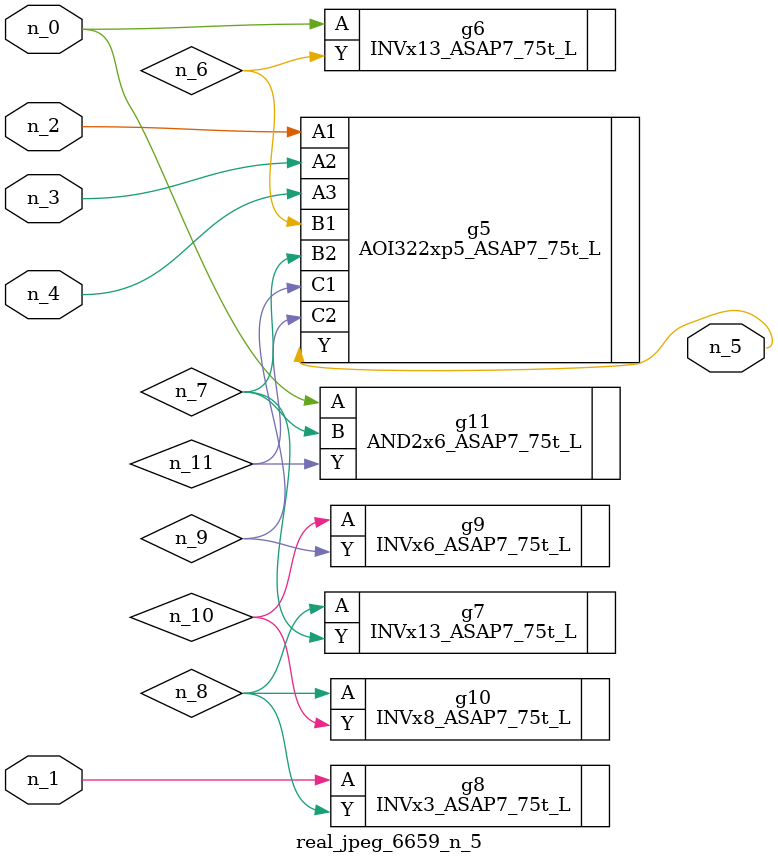
<source format=v>
module real_jpeg_6659_n_5 (n_4, n_0, n_1, n_2, n_3, n_5);

input n_4;
input n_0;
input n_1;
input n_2;
input n_3;

output n_5;

wire n_8;
wire n_11;
wire n_6;
wire n_7;
wire n_10;
wire n_9;

INVx13_ASAP7_75t_L g6 ( 
.A(n_0),
.Y(n_6)
);

AND2x6_ASAP7_75t_L g11 ( 
.A(n_0),
.B(n_7),
.Y(n_11)
);

INVx3_ASAP7_75t_L g8 ( 
.A(n_1),
.Y(n_8)
);

AOI322xp5_ASAP7_75t_L g5 ( 
.A1(n_2),
.A2(n_3),
.A3(n_4),
.B1(n_6),
.B2(n_7),
.C1(n_9),
.C2(n_11),
.Y(n_5)
);

INVx13_ASAP7_75t_L g7 ( 
.A(n_8),
.Y(n_7)
);

INVx8_ASAP7_75t_L g10 ( 
.A(n_8),
.Y(n_10)
);

INVx6_ASAP7_75t_L g9 ( 
.A(n_10),
.Y(n_9)
);


endmodule
</source>
